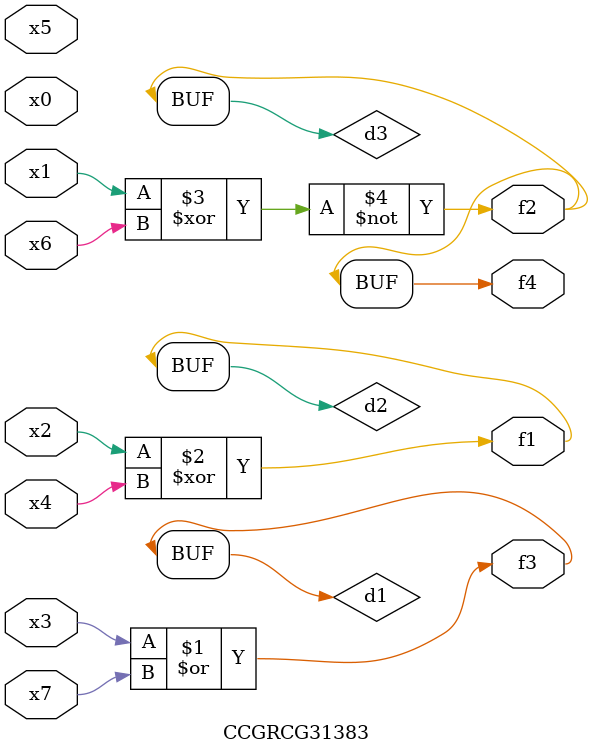
<source format=v>
module CCGRCG31383(
	input x0, x1, x2, x3, x4, x5, x6, x7,
	output f1, f2, f3, f4
);

	wire d1, d2, d3;

	or (d1, x3, x7);
	xor (d2, x2, x4);
	xnor (d3, x1, x6);
	assign f1 = d2;
	assign f2 = d3;
	assign f3 = d1;
	assign f4 = d3;
endmodule

</source>
